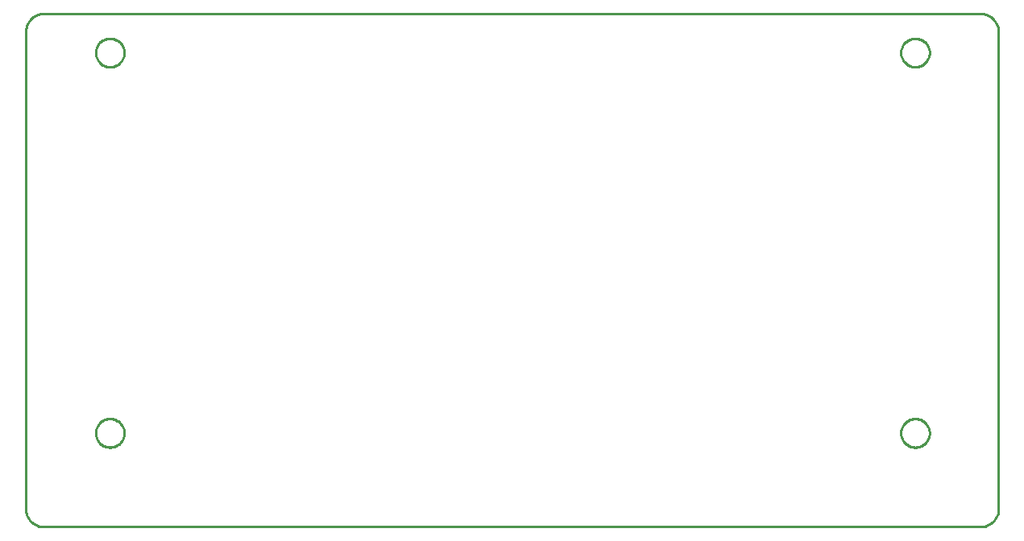
<source format=gbr>
G04 EAGLE Gerber RS-274X export*
G75*
%MOMM*%
%FSLAX34Y34*%
%LPD*%
%IN*%
%IPPOS*%
%AMOC8*
5,1,8,0,0,1.08239X$1,22.5*%
G01*
%ADD10C,0.254000*%


D10*
X76200Y57150D02*
X76273Y55490D01*
X76489Y53842D01*
X76849Y52220D01*
X77349Y50635D01*
X77985Y49099D01*
X78752Y47625D01*
X79645Y46223D01*
X80657Y44905D01*
X81780Y43680D01*
X83005Y42557D01*
X84323Y41545D01*
X85725Y40652D01*
X87199Y39885D01*
X88735Y39249D01*
X90320Y38749D01*
X91942Y38389D01*
X93590Y38173D01*
X95250Y38100D01*
X1079500Y38100D01*
X1081160Y38173D01*
X1082808Y38389D01*
X1084431Y38749D01*
X1086015Y39249D01*
X1087551Y39885D01*
X1089025Y40652D01*
X1090427Y41545D01*
X1091745Y42557D01*
X1092970Y43680D01*
X1094093Y44905D01*
X1095105Y46223D01*
X1095998Y47625D01*
X1096765Y49099D01*
X1097401Y50635D01*
X1097901Y52220D01*
X1098261Y53842D01*
X1098478Y55490D01*
X1098550Y57150D01*
X1098550Y558800D01*
X1098478Y560460D01*
X1098261Y562108D01*
X1097901Y563731D01*
X1097401Y565315D01*
X1096765Y566851D01*
X1095998Y568325D01*
X1095105Y569727D01*
X1094093Y571045D01*
X1092970Y572270D01*
X1091745Y573393D01*
X1090427Y574405D01*
X1089025Y575298D01*
X1087551Y576065D01*
X1086015Y576701D01*
X1084431Y577201D01*
X1082808Y577561D01*
X1081160Y577778D01*
X1079500Y577850D01*
X95250Y577850D01*
X93590Y577778D01*
X91942Y577561D01*
X90320Y577201D01*
X88735Y576701D01*
X87199Y576065D01*
X85725Y575298D01*
X84323Y574405D01*
X83005Y573393D01*
X81780Y572270D01*
X80657Y571045D01*
X79645Y569727D01*
X78752Y568325D01*
X77985Y566851D01*
X77349Y565315D01*
X76849Y563731D01*
X76489Y562108D01*
X76273Y560460D01*
X76200Y558800D01*
X76200Y57150D01*
X179815Y536330D02*
X179738Y535261D01*
X179586Y534201D01*
X179358Y533154D01*
X179056Y532126D01*
X178682Y531122D01*
X178237Y530147D01*
X177723Y529207D01*
X177144Y528305D01*
X176502Y527448D01*
X175800Y526638D01*
X175042Y525880D01*
X174233Y525179D01*
X173375Y524536D01*
X172474Y523957D01*
X171533Y523444D01*
X170559Y522999D01*
X169555Y522624D01*
X168527Y522322D01*
X167480Y522095D01*
X166419Y521942D01*
X165350Y521866D01*
X164279Y521866D01*
X163210Y521942D01*
X162150Y522095D01*
X161103Y522322D01*
X160075Y522624D01*
X159071Y522999D01*
X158096Y523444D01*
X157156Y523957D01*
X156254Y524536D01*
X155397Y525179D01*
X154587Y525880D01*
X153829Y526638D01*
X153128Y527448D01*
X152485Y528305D01*
X151906Y529207D01*
X151393Y530147D01*
X150948Y531122D01*
X150573Y532126D01*
X150271Y533154D01*
X150044Y534201D01*
X149891Y535261D01*
X149815Y536330D01*
X149815Y537401D01*
X149891Y538470D01*
X150044Y539531D01*
X150271Y540578D01*
X150573Y541606D01*
X150948Y542610D01*
X151393Y543584D01*
X151906Y544525D01*
X152485Y545426D01*
X153128Y546284D01*
X153829Y547093D01*
X154587Y547851D01*
X155397Y548553D01*
X156254Y549195D01*
X157156Y549774D01*
X158096Y550288D01*
X159071Y550733D01*
X160075Y551107D01*
X161103Y551409D01*
X162150Y551637D01*
X163210Y551789D01*
X164279Y551866D01*
X165350Y551866D01*
X166419Y551789D01*
X167480Y551637D01*
X168527Y551409D01*
X169555Y551107D01*
X170559Y550733D01*
X171533Y550288D01*
X172474Y549774D01*
X173375Y549195D01*
X174233Y548553D01*
X175042Y547851D01*
X175800Y547093D01*
X176502Y546284D01*
X177144Y545426D01*
X177723Y544525D01*
X178237Y543584D01*
X178682Y542610D01*
X179056Y541606D01*
X179358Y540578D01*
X179586Y539531D01*
X179738Y538470D01*
X179815Y537401D01*
X179815Y536330D01*
X1026025Y536330D02*
X1025948Y535261D01*
X1025796Y534201D01*
X1025568Y533154D01*
X1025266Y532126D01*
X1024892Y531122D01*
X1024447Y530147D01*
X1023933Y529207D01*
X1023354Y528305D01*
X1022712Y527448D01*
X1022010Y526638D01*
X1021252Y525880D01*
X1020443Y525179D01*
X1019585Y524536D01*
X1018684Y523957D01*
X1017743Y523444D01*
X1016769Y522999D01*
X1015765Y522624D01*
X1014737Y522322D01*
X1013690Y522095D01*
X1012629Y521942D01*
X1011560Y521866D01*
X1010489Y521866D01*
X1009420Y521942D01*
X1008360Y522095D01*
X1007313Y522322D01*
X1006285Y522624D01*
X1005281Y522999D01*
X1004306Y523444D01*
X1003366Y523957D01*
X1002464Y524536D01*
X1001607Y525179D01*
X1000797Y525880D01*
X1000039Y526638D01*
X999338Y527448D01*
X998695Y528305D01*
X998116Y529207D01*
X997603Y530147D01*
X997158Y531122D01*
X996783Y532126D01*
X996481Y533154D01*
X996254Y534201D01*
X996101Y535261D01*
X996025Y536330D01*
X996025Y537401D01*
X996101Y538470D01*
X996254Y539531D01*
X996481Y540578D01*
X996783Y541606D01*
X997158Y542610D01*
X997603Y543584D01*
X998116Y544525D01*
X998695Y545426D01*
X999338Y546284D01*
X1000039Y547093D01*
X1000797Y547851D01*
X1001607Y548553D01*
X1002464Y549195D01*
X1003366Y549774D01*
X1004306Y550288D01*
X1005281Y550733D01*
X1006285Y551107D01*
X1007313Y551409D01*
X1008360Y551637D01*
X1009420Y551789D01*
X1010489Y551866D01*
X1011560Y551866D01*
X1012629Y551789D01*
X1013690Y551637D01*
X1014737Y551409D01*
X1015765Y551107D01*
X1016769Y550733D01*
X1017743Y550288D01*
X1018684Y549774D01*
X1019585Y549195D01*
X1020443Y548553D01*
X1021252Y547851D01*
X1022010Y547093D01*
X1022712Y546284D01*
X1023354Y545426D01*
X1023933Y544525D01*
X1024447Y543584D01*
X1024892Y542610D01*
X1025266Y541606D01*
X1025568Y540578D01*
X1025796Y539531D01*
X1025948Y538470D01*
X1026025Y537401D01*
X1026025Y536330D01*
X1026025Y136330D02*
X1025948Y135261D01*
X1025796Y134201D01*
X1025568Y133154D01*
X1025266Y132126D01*
X1024892Y131122D01*
X1024447Y130147D01*
X1023933Y129207D01*
X1023354Y128305D01*
X1022712Y127448D01*
X1022010Y126638D01*
X1021252Y125880D01*
X1020443Y125179D01*
X1019585Y124536D01*
X1018684Y123957D01*
X1017743Y123444D01*
X1016769Y122999D01*
X1015765Y122624D01*
X1014737Y122322D01*
X1013690Y122095D01*
X1012629Y121942D01*
X1011560Y121866D01*
X1010489Y121866D01*
X1009420Y121942D01*
X1008360Y122095D01*
X1007313Y122322D01*
X1006285Y122624D01*
X1005281Y122999D01*
X1004306Y123444D01*
X1003366Y123957D01*
X1002464Y124536D01*
X1001607Y125179D01*
X1000797Y125880D01*
X1000039Y126638D01*
X999338Y127448D01*
X998695Y128305D01*
X998116Y129207D01*
X997603Y130147D01*
X997158Y131122D01*
X996783Y132126D01*
X996481Y133154D01*
X996254Y134201D01*
X996101Y135261D01*
X996025Y136330D01*
X996025Y137401D01*
X996101Y138470D01*
X996254Y139531D01*
X996481Y140578D01*
X996783Y141606D01*
X997158Y142610D01*
X997603Y143584D01*
X998116Y144525D01*
X998695Y145426D01*
X999338Y146284D01*
X1000039Y147093D01*
X1000797Y147851D01*
X1001607Y148553D01*
X1002464Y149195D01*
X1003366Y149774D01*
X1004306Y150288D01*
X1005281Y150733D01*
X1006285Y151107D01*
X1007313Y151409D01*
X1008360Y151637D01*
X1009420Y151789D01*
X1010489Y151866D01*
X1011560Y151866D01*
X1012629Y151789D01*
X1013690Y151637D01*
X1014737Y151409D01*
X1015765Y151107D01*
X1016769Y150733D01*
X1017743Y150288D01*
X1018684Y149774D01*
X1019585Y149195D01*
X1020443Y148553D01*
X1021252Y147851D01*
X1022010Y147093D01*
X1022712Y146284D01*
X1023354Y145426D01*
X1023933Y144525D01*
X1024447Y143584D01*
X1024892Y142610D01*
X1025266Y141606D01*
X1025568Y140578D01*
X1025796Y139531D01*
X1025948Y138470D01*
X1026025Y137401D01*
X1026025Y136330D01*
X179815Y136330D02*
X179738Y135261D01*
X179586Y134201D01*
X179358Y133154D01*
X179056Y132126D01*
X178682Y131122D01*
X178237Y130147D01*
X177723Y129207D01*
X177144Y128305D01*
X176502Y127448D01*
X175800Y126638D01*
X175042Y125880D01*
X174233Y125179D01*
X173375Y124536D01*
X172474Y123957D01*
X171533Y123444D01*
X170559Y122999D01*
X169555Y122624D01*
X168527Y122322D01*
X167480Y122095D01*
X166419Y121942D01*
X165350Y121866D01*
X164279Y121866D01*
X163210Y121942D01*
X162150Y122095D01*
X161103Y122322D01*
X160075Y122624D01*
X159071Y122999D01*
X158096Y123444D01*
X157156Y123957D01*
X156254Y124536D01*
X155397Y125179D01*
X154587Y125880D01*
X153829Y126638D01*
X153128Y127448D01*
X152485Y128305D01*
X151906Y129207D01*
X151393Y130147D01*
X150948Y131122D01*
X150573Y132126D01*
X150271Y133154D01*
X150044Y134201D01*
X149891Y135261D01*
X149815Y136330D01*
X149815Y137401D01*
X149891Y138470D01*
X150044Y139531D01*
X150271Y140578D01*
X150573Y141606D01*
X150948Y142610D01*
X151393Y143584D01*
X151906Y144525D01*
X152485Y145426D01*
X153128Y146284D01*
X153829Y147093D01*
X154587Y147851D01*
X155397Y148553D01*
X156254Y149195D01*
X157156Y149774D01*
X158096Y150288D01*
X159071Y150733D01*
X160075Y151107D01*
X161103Y151409D01*
X162150Y151637D01*
X163210Y151789D01*
X164279Y151866D01*
X165350Y151866D01*
X166419Y151789D01*
X167480Y151637D01*
X168527Y151409D01*
X169555Y151107D01*
X170559Y150733D01*
X171533Y150288D01*
X172474Y149774D01*
X173375Y149195D01*
X174233Y148553D01*
X175042Y147851D01*
X175800Y147093D01*
X176502Y146284D01*
X177144Y145426D01*
X177723Y144525D01*
X178237Y143584D01*
X178682Y142610D01*
X179056Y141606D01*
X179358Y140578D01*
X179586Y139531D01*
X179738Y138470D01*
X179815Y137401D01*
X179815Y136330D01*
M02*

</source>
